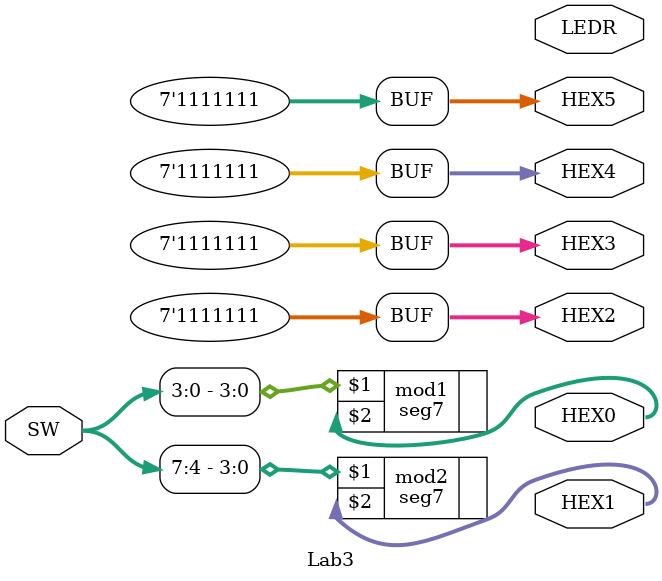
<source format=sv>

module Lab3 (HEX0, HEX1, HEX2, HEX3, HEX4, HEX5, LEDR, SW);
output [6:0] HEX0, HEX1, HEX2, HEX3, HEX4, HEX5;
output [1:0] LEDR;
input [7:0] SW;	// 4 switches for UPCM but keeping 9 but turning off in tb

assign HEX2 = 7'b1111111;
assign HEX3 = 7'b1111111;
assign HEX4 = 7'b1111111;
assign HEX5 = 7'b1111111;
seg7 mod1 (SW[3:0], HEX0[6:0]);
seg7 mod2 (SW[7:4], HEX1[6:0]);

//mystore store (SW[2:0], HEX0, HEX1, HEX2, HEX3, HEX4, HEX5);
//labint detector (LEDR[1:0], SW[3:0]);

endmodule

</source>
